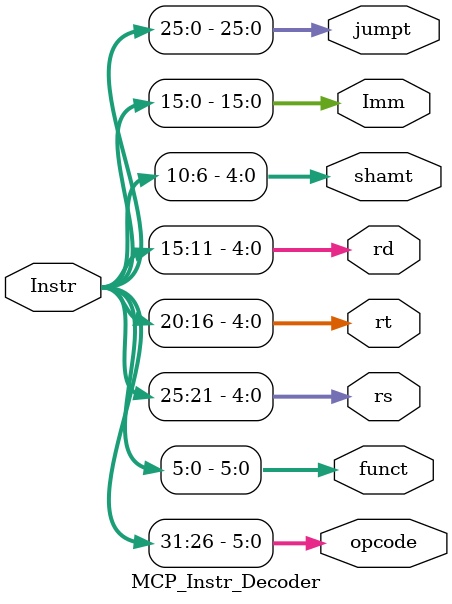
<source format=v>
`timescale 1ns / 1ps


module MCP_Instr_Decoder    #(parameter WL = 32)
                      (input wire [WL - 1:0] Instr,
                       output reg [5:0] opcode, funct,
                       output reg [4:0] rs, rt, rd, shamt,
                       output reg [15:0] Imm,
                       output reg [25:0] jumpt);
//Deconstructs the instruction

    always @(Instr)
    begin
        // all instructions
        opcode = Instr[WL - 1: WL - 6];
        
        //R and I instr
        rs = Instr[WL - 7: WL - 11];
        rt = Instr[WL - 12: WL - 16];
        
        //R type instr
        rd      = Instr[WL - 17: WL - 21];
        shamt   = Instr[WL - 22: WL - 26];
        funct   = Instr[WL - 27: WL - 32];
        
        //I type instr
        Imm = {rd, shamt, funct};   //should concatenate correctly
        
        //j type instructions
        jumpt = {rs, rt, Imm};      //should concatenate correctly
    end
endmodule

</source>
